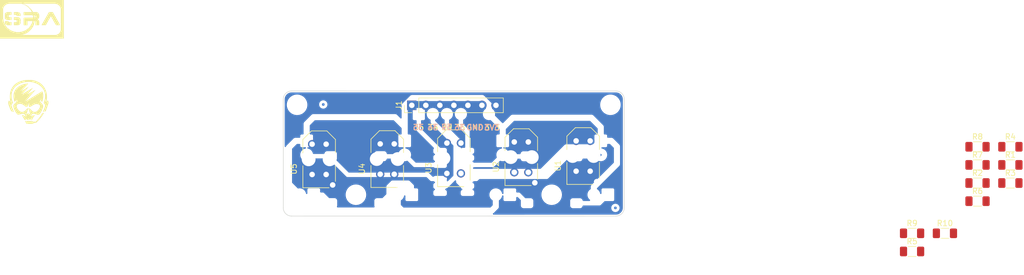
<source format=kicad_pcb>
(kicad_pcb (version 20211014) (generator pcbnew)
  (layers (0 "F.Cu" signal) (31 "B.Cu" signal) (34 "B.Paste" user) (35 "F.Paste" user) (36 "B.SilkS" user "B.Silkscreen") (37 "F.SilkS" user "F.Silkscreen") (38 "B.Mask" user) (39 "F.Mask" user) (44 "Edge.Cuts" user))
  (net 0 "")
  (net 1 "/A4_32")
  (net 2 "+3V3")
  (net 3 "Net-(R1-Pad2)")
  (net 4 "Net-(R3-Pad2)")
  (net 5 "Net-(R5-Pad2)")
  (net 6 "Net-(R7-Pad2)")
  (net 7 "Net-(R9-Pad2)")
  (net 8 "/A3_35")
  (net 9 "/A2_34")
  (net 10 "/A1_39")
  (net 11 "/A0_36")
  (net 12 "GND")
  (footprint "Resistor_SMD:R_1206_3216Metric_Pad1.30x1.75mm_HandSolder" (layer "F.Cu") (at 211 82.81)
    (fp_text reference "R7" (at 0 -1.82) (layer "F.SilkS"))
    (fp_text value "150E")
    (pad "1" smd roundrect (at -1.55 0) (size 1.3 1.75) (layers "F.Cu" "F.Paste" "F.Mask") (roundrect_rratio 0.192308) (net 2 "+3V3"))
    (pad "2" smd roundrect (at 1.55 0) (size 1.3 1.75) (layers "F.Cu" "F.Paste" "F.Mask") (roundrect_rratio 0.192308) (net 6 "Net-(R7-Pad2)"))
  )
  (footprint "Resistor_SMD:R_1206_3216Metric_Pad1.30x1.75mm_HandSolder" (layer "F.Cu") (at 211 86.1)
    (fp_text reference "R2" (at 0 -1.82) (layer "F.SilkS"))
    (fp_text value "4.7k")
    (pad "1" smd roundrect (at -1.55 0) (size 1.3 1.75) (layers "F.Cu" "F.Paste" "F.Mask") (roundrect_rratio 0.192308) (net 11 "/A0_36"))
    (pad "2" smd roundrect (at 1.55 0) (size 1.3 1.75) (layers "F.Cu" "F.Paste" "F.Mask") (roundrect_rratio 0.192308) (net 2 "+3V3"))
  )
  (footprint "logos:sra_logo_big_neg" (layer "F.Cu") (at 39.8 56.4)
    (fp_text reference "G***" hide)
    (fp_text value "LOGO" hide)
  )
  (footprint "MountingHole:MountingHole_3.2mm_M3" (layer "F.Cu") (at 98.46 88.22)
    (fp_text reference "REF**" hide)
    (fp_text value "MountingHole_3.2mm_M3")
    (pad "" np_thru_hole circle locked (at 0 0) (size 3.2 3.2) (drill 3.2) (layers *.Cu *.Mask))
  )
  (footprint "Resistor_SMD:R_1206_3216Metric_Pad1.30x1.75mm_HandSolder" (layer "F.Cu") (at 199.15 98.51)
    (fp_text reference "R5" (at 0 -1.82) (layer "F.SilkS"))
    (fp_text value "150E")
    (pad "1" smd roundrect (at -1.55 0) (size 1.3 1.75) (layers "F.Cu" "F.Paste" "F.Mask") (roundrect_rratio 0.192308) (net 2 "+3V3"))
    (pad "2" smd roundrect (at 1.55 0) (size 1.3 1.75) (layers "F.Cu" "F.Paste" "F.Mask") (roundrect_rratio 0.192308) (net 5 "Net-(R5-Pad2)"))
  )
  (footprint "Resistor_SMD:R_1206_3216Metric_Pad1.30x1.75mm_HandSolder" (layer "F.Cu") (at 199.15 95.22)
    (fp_text reference "R9" (at 0 -1.82) (layer "F.SilkS"))
    (fp_text value "150E")
    (pad "1" smd roundrect (at -1.55 0) (size 1.3 1.75) (layers "F.Cu" "F.Paste" "F.Mask") (roundrect_rratio 0.192308) (net 2 "+3V3"))
    (pad "2" smd roundrect (at 1.55 0) (size 1.3 1.75) (layers "F.Cu" "F.Paste" "F.Mask") (roundrect_rratio 0.192308) (net 7 "Net-(R9-Pad2)"))
  )
  (footprint "MountingHole:MountingHole_3.2mm_M3" (layer "F.Cu") (at 144.54 71.91)
    (fp_text reference "REF**" hide)
    (fp_text value "MountingHole_3.2mm_M3")
    (pad "" np_thru_hole circle locked (at 0 0) (size 3.2 3.2) (drill 3.2) (layers *.Cu *.Mask))
  )
  (footprint "Connector_PinHeader_2.54mm:PinHeader_1x07_P2.54mm_Vertical" (layer "F.Cu") (at 108.575 72 90)
    (fp_text reference "J1" (at 0 -2.33 90) (layer "F.SilkS"))
    (fp_text value "Conn_01x07_Male")
    (pad "1" thru_hole rect (at 0 0 90) (size 1.7 1.7) (drill 1) (layers *.Cu *.Mask) (net 1 "/A4_32"))
    (pad "2" thru_hole oval (at 0 2.54 90) (size 1.7 1.7) (drill 1) (layers *.Cu *.Mask) (net 8 "/A3_35"))
    (pad "3" thru_hole oval (at 0 5.08 90) (size 1.7 1.7) (drill 1) (layers *.Cu *.Mask) (net 9 "/A2_34"))
    (pad "4" thru_hole oval (at 0 7.62 90) (size 1.7 1.7) (drill 1) (layers *.Cu *.Mask) (net 10 "/A1_39"))
    (pad "5" thru_hole oval (at 0 10.16 90) (size 1.7 1.7) (drill 1) (layers *.Cu *.Mask) (net 11 "/A0_36"))
    (pad "6" thru_hole oval (at 0 12.7 90) (size 1.7 1.7) (drill 1) (layers *.Cu *.Mask) (net 12 "GND"))
    (pad "7" thru_hole oval (at 0 15.24 90) (size 1.7 1.7) (drill 1) (layers *.Cu *.Mask) (net 2 "+3V3"))
  )
  (footprint "TCRT5000:OPTO_TCRT5000" (layer "F.Cu") (at 91.8 81.8 90)
    (fp_text reference "U5" (at -1.76355 -4.57476 90) (layer "F.SilkS") (effects (font (size 1.004126 1.004126))))
    (fp_text value "TCRT5000")
    (pad "" np_thru_hole circle locked (at 0 1.9 90) (size 2.5 2.5) (drill 2.5) (layers *.Cu *.Mask))
    (pad "" np_thru_hole circle locked (at -4.65 2.45 90) (size 1 1) (drill 1) (layers *.Cu *.Mask))
    (pad "" np_thru_hole circle locked (at 0 -1.9 90) (size 2.5 2.5) (drill 2.5) (layers *.Cu *.Mask))
    (pad "A" thru_hole circle locked (at 2.75 -1.27 90) (size 1.5 1.5) (drill 1) (layers *.Cu *.Mask) (net 12 "GND"))
    (pad "CATH" thru_hole circle locked (at 2.75 1.27 90) (size 1.5 1.5) (drill 1) (layers *.Cu *.Mask) (net 7 "Net-(R9-Pad2)"))
    (pad "COLL" thru_hole circle locked (at -2.75 -1.27 90) (size 1.5 1.5) (drill 1) (layers *.Cu *.Mask) (net 12 "GND"))
    (pad "E" thru_hole circle locked (at -2.75 1.27 90) (size 1.5 1.5) (drill 1) (layers *.Cu *.Mask) (net 1 "/A4_32"))
  )
  (footprint "Resistor_SMD:R_1206_3216Metric_Pad1.30x1.75mm_HandSolder" (layer "F.Cu") (at 216.95 79.52)
    (fp_text reference "R4" (at 0 -1.82) (layer "F.SilkS"))
    (fp_text value "4.7k")
    (pad "1" smd roundrect (at -1.55 0) (size 1.3 1.75) (layers "F.Cu" "F.Paste" "F.Mask") (roundrect_rratio 0.192308) (net 10 "/A1_39"))
    (pad "2" smd roundrect (at 1.55 0) (size 1.3 1.75) (layers "F.Cu" "F.Paste" "F.Mask") (roundrect_rratio 0.192308) (net 2 "+3V3"))
  )
  (footprint "TCRT5000:OPTO_TCRT5000" (layer "F.Cu") (at 116.2 81.6 90)
    (fp_text reference "U3" (at -1.76355 -4.57476 90) (layer "F.SilkS") (effects (font (size 1.004126 1.004126))))
    (fp_text value "TCRT5000")
    (pad "" np_thru_hole circle locked (at -4.65 2.45 90) (size 1 1) (drill 1) (layers *.Cu *.Mask))
    (pad "" np_thru_hole circle locked (at 0 -1.9 90) (size 2.5 2.5) (drill 2.5) (layers *.Cu *.Mask))
    (pad "" np_thru_hole circle locked (at 0 1.9 90) (size 2.5 2.5) (drill 2.5) (layers *.Cu *.Mask))
    (pad "A" thru_hole circle locked (at 2.75 -1.27 90) (size 1.5 1.5) (drill 1) (layers *.Cu *.Mask) (net 12 "GND"))
    (pad "CATH" thru_hole circle locked (at 2.75 1.27 90) (size 1.5 1.5) (drill 1) (layers *.Cu *.Mask) (net 5 "Net-(R5-Pad2)"))
    (pad "COLL" thru_hole circle locked (at -2.75 -1.27 90) (size 1.5 1.5) (drill 1) (layers *.Cu *.Mask) (net 12 "GND"))
    (pad "E" thru_hole circle locked (at -2.75 1.27 90) (size 1.5 1.5) (drill 1) (layers *.Cu *.Mask) (net 9 "/A2_34"))
  )
  (footprint "MountingHole:MountingHole_3.2mm_M3" (layer "F.Cu") (at 133.9 88.22)
    (fp_text reference "REF**" hide)
    (fp_text value "MountingHole_3.2mm_M3")
    (pad "" np_thru_hole circle locked (at 0 0) (size 3.2 3.2) (drill 3.2) (layers *.Cu *.Mask))
  )
  (footprint "MountingHole:MountingHole_3.2mm_M3" (layer "F.Cu") (at 87.81 71.91)
    (fp_text reference "REF**" hide)
    (fp_text value "MountingHole_3.2mm_M3")
    (pad "" np_thru_hole circle locked (at 0 0) (size 3.2 3.2) (drill 3.2) (layers *.Cu *.Mask))
  )
  (footprint "TCRT5000:OPTO_TCRT5000" (layer "F.Cu") (at 104.13 81.75 90)
    (fp_text reference "U4" (at -1.76355 -4.57476 90) (layer "F.SilkS") (effects (font (size 1.004126 1.004126))))
    (fp_text value "TCRT5000")
    (pad "" np_thru_hole circle locked (at 0 1.9 90) (size 2.5 2.5) (drill 2.5) (layers *.Cu *.Mask))
    (pad "" np_thru_hole circle locked (at -4.65 2.45 90) (size 1 1) (drill 1) (layers *.Cu *.Mask))
    (pad "" np_thru_hole circle locked (at 0 -1.9 90) (size 2.5 2.5) (drill 2.5) (layers *.Cu *.Mask))
    (pad "A" thru_hole circle locked (at 2.75 -1.27 90) (size 1.5 1.5) (drill 1) (layers *.Cu *.Mask) (net 12 "GND"))
    (pad "CATH" thru_hole circle locked (at 2.75 1.27 90) (size 1.5 1.5) (drill 1) (layers *.Cu *.Mask) (net 6 "Net-(R7-Pad2)"))
    (pad "COLL" thru_hole circle locked (at -2.75 -1.27 90) (size 1.5 1.5) (drill 1) (layers *.Cu *.Mask) (net 12 "GND"))
    (pad "E" thru_hole circle locked (at -2.75 1.27 90) (size 1.5 1.5) (drill 1) (layers *.Cu *.Mask) (net 8 "/A3_35"))
  )
  (footprint "Resistor_SMD:R_1206_3216Metric_Pad1.30x1.75mm_HandSolder" (layer "F.Cu") (at 216.95 86.1)
    (fp_text reference "R3" (at 0 -1.82) (layer "F.SilkS"))
    (fp_text value "150E")
    (pad "1" smd roundrect (at -1.55 0) (size 1.3 1.75) (layers "F.Cu" "F.Paste" "F.Mask") (roundrect_rratio 0.192308) (net 2 "+3V3"))
    (pad "2" smd roundrect (at 1.55 0) (size 1.3 1.75) (layers "F.Cu" "F.Paste" "F.Mask") (roundrect_rratio 0.192308) (net 4 "Net-(R3-Pad2)"))
  )
  (footprint "Resistor_SMD:R_1206_3216Metric_Pad1.30x1.75mm_HandSolder" (layer "F.Cu") (at 216.95 82.81)
    (fp_text reference "R1" (at 0 -1.82) (layer "F.SilkS"))
    (fp_text value "150E")
    (pad "1" smd roundrect (at -1.55 0) (size 1.3 1.75) (layers "F.Cu" "F.Paste" "F.Mask") (roundrect_rratio 0.192308) (net 2 "+3V3"))
    (pad "2" smd roundrect (at 1.55 0) (size 1.3 1.75) (layers "F.Cu" "F.Paste" "F.Mask") (roundrect_rratio 0.192308) (net 3 "Net-(R1-Pad2)"))
  )
  (footprint "logos:sra_skull_medium" (layer "F.Cu") (at 39.2 71.4)
    (fp_text reference "G***" hide)
    (fp_text value "LOGO" hide)
  )
  (footprint "Resistor_SMD:R_1206_3216Metric_Pad1.30x1.75mm_HandSolder" (layer "F.Cu") (at 211 79.52)
    (fp_text reference "R8" (at 0 -1.82) (layer "F.SilkS"))
    (fp_text value "4.7k")
    (pad "1" smd roundrect (at -1.55 0) (size 1.3 1.75) (layers "F.Cu" "F.Paste" "F.Mask") (roundrect_rratio 0.192308) (net 8 "/A3_35"))
    (pad "2" smd roundrect (at 1.55 0) (size 1.3 1.75) (layers "F.Cu" "F.Paste" "F.Mask") (roundrect_rratio 0.192308) (net 2 "+3V3"))
  )
  (footprint "Resistor_SMD:R_1206_3216Metric_Pad1.30x1.75mm_HandSolder" (layer "F.Cu") (at 211 89.39)
    (fp_text reference "R6" (at 0 -1.82) (layer "F.SilkS"))
    (fp_text value "4.7k")
    (pad "1" smd roundrect (at -1.55 0) (size 1.3 1.75) (layers "F.Cu" "F.Paste" "F.Mask") (roundrect_rratio 0.192308) (net 9 "/A2_34"))
    (pad "2" smd roundrect (at 1.55 0) (size 1.3 1.75) (layers "F.Cu" "F.Paste" "F.Mask") (roundrect_rratio 0.192308) (net 2 "+3V3"))
  )
  (footprint "Resistor_SMD:R_1206_3216Metric_Pad1.30x1.75mm_HandSolder" (layer "F.Cu") (at 205.1 95.22)
    (fp_text reference "R10" (at 0 -1.82) (layer "F.SilkS"))
    (fp_text value "4.7k")
    (pad "1" smd roundrect (at -1.55 0) (size 1.3 1.75) (layers "F.Cu" "F.Paste" "F.Mask") (roundrect_rratio 0.192308) (net 1 "/A4_32"))
    (pad "2" smd roundrect (at 1.55 0) (size 1.3 1.75) (layers "F.Cu" "F.Paste" "F.Mask") (roundrect_rratio 0.192308) (net 2 "+3V3"))
  )
  (footprint "TCRT5000:OPTO_TCRT5000" (layer "F.Cu") (at 128.4 81.4 90)
    (fp_text reference "U2" (at -1.76355 -4.57476 90) (layer "F.SilkS") (effects (font (size 1.004126 1.004126))))
    (fp_text value "TCRT5000")
    (pad "" np_thru_hole circle locked (at -4.65 2.45 90) (size 1 1) (drill 1) (layers *.Cu *.Mask))
    (pad "" np_thru_hole circle locked (at 0 1.9 90) (size 2.5 2.5) (drill 2.5) (layers *.Cu *.Mask))
    (pad "" np_thru_hole circle locked (at 0 -1.9 90) (size 2.5 2.5) (drill 2.5) (layers *.Cu *.Mask))
    (pad "A" thru_hole circle locked (at 2.75 -1.27 90) (size 1.5 1.5) (drill 1) (layers *.Cu *.Mask) (net 12 "GND"))
    (pad "CATH" thru_hole circle locked (at 2.75 1.27 90) (size 1.5 1.5) (drill 1) (layers *.Cu *.Mask) (net 4 "Net-(R3-Pad2)"))
    (pad "COLL" thru_hole circle locked (at -2.75 -1.27 90) (size 1.5 1.5) (drill 1) (layers *.Cu *.Mask) (net 12 "GND"))
    (pad "E" thru_hole circle locked (at -2.75 1.27 90) (size 1.5 1.5) (drill 1) (layers *.Cu *.Mask) (net 10 "/A1_39"))
  )
  (footprint "TCRT5000:OPTO_TCRT5000" (layer "F.Cu") (at 139.6 81.2 90)
    (fp_text reference "U1" (at -1.76355 -4.57476 90) (layer "F.SilkS") (effects (font (size 1.004126 1.004126))))
    (fp_text value "TCRT5000")
    (pad "" np_thru_hole circle locked (at 0 1.9 90) (size 2.5 2.5) (drill 2.5) (layers *.Cu *.Mask))
    (pad "" np_thru_hole circle locked (at -4.65 2.45 90) (size 1 1) (drill 1) (layers *.Cu *.Mask))
    (pad "" np_thru_hole circle locked (at 0 -1.9 90) (size 2.5 2.5) (drill 2.5) (layers *.Cu *.Mask))
    (pad "A" thru_hole circle locked (at 2.75 -1.27 90) (size 1.5 1.5) (drill 1) (layers *.Cu *.Mask) (net 12 "GND"))
    (pad "CATH" thru_hole circle locked (at 2.75 1.27 90) (size 1.5 1.5) (drill 1) (layers *.Cu *.Mask) (net 3 "Net-(R1-Pad2)"))
    (pad "COLL" thru_hole circle locked (at -2.75 -1.27 90) (size 1.5 1.5) (drill 1) (layers *.Cu *.Mask) (net 12 "GND"))
    (pad "E" thru_hole circle locked (at -2.75 1.27 90) (size 1.5 1.5) (drill 1) (layers *.Cu *.Mask) (net 11 "/A0_36"))
  )
  (footprint "Fiducial:Fiducial_0.5mm_Mask1.5mm" (layer "B.Cu") (at 145.44 90.61 180)
    (fp_text reference "REF**" hide)
    (fp_text value "Fiducial_0.5mm_Mask1.5mm")
    (pad "" smd circle locked (at 0 0 180) (size 0.5 0.5) (layers "B.Cu" "B.Mask") (clearance 0.5))
  )
  (footprint "Fiducial:Fiducial_0.5mm_Mask1.5mm" (layer "B.Cu") (at 92.55 71.85 180)
    (fp_text reference "REF**" hide)
    (fp_text value "Fiducial_0.5mm_Mask1.5mm")
    (pad "" smd circle locked (at 0 0 180) (size 0.5 0.5) (layers "B.Cu" "B.Mask") (clearance 0.5))
  )
  (gr_line (start 147.03934 90.57934) (end 147.03934 70.91066) (layer "Edge.Cuts") (width 0.1))
  (gr_line (start 86.81 92.09) (end 145.53934 92.07934) (layer "Edge.Cuts") (width 0.1))
  (gr_arc (start 86.81 92.09) (mid 85.74934 91.65066) (end 85.31 90.59) (layer "Edge.Cuts") (width 0.1))
  (gr_line (start 145.53934 69.41066) (end 86.81 69.41) (layer "Edge.Cuts") (width 0.1))
  (gr_arc (start 85.31 70.91) (mid 85.74934 69.84934) (end 86.81 69.41) (layer "Edge.Cuts") (width 0.1))
  (gr_arc (start 147.03934 90.57934) (mid 146.6 91.64) (end 145.53934 92.07934) (layer "Edge.Cuts") (width 0.1))
  (gr_line (start 85.31 70.91) (end 85.31 90.59) (layer "Edge.Cuts") (width 0.1))
  (gr_arc (start 145.53934 69.41066) (mid 146.6 69.85) (end 147.03934 70.91066) (layer "Edge.Cuts") (width 0.1))
  (gr_text "3V3" (at 123.099694 76.029031) (layer "B.SilkS") (effects (font (size 1 1) (thickness 0.2)) (justify mirror)))
  (gr_text "GND" (at 120.008148 76.006629) (layer "B.SilkS") (effects (font (size 1 1) (thickness 0.2)) (justify mirror)))
  (gr_text "36\n" (at 117.25 76.03) (layer "B.SilkS") (effects (font (size 1 1) (thickness 0.2)) (justify mirror)))
  (gr_text "35" (at 109.75 75.99) (layer "B.SilkS") (effects (font (size 1 1) (thickness 0.2)) (justify mirror)))
  (gr_text "39" (at 114.922778 75.961824) (layer "B.SilkS") (effects (font (size 1 1) (thickness 0.2)) (justify mirror)))
  (gr_text "34" (at 112.37 76.01) (layer "B.SilkS") (effects (font (size 1 1) (thickness 0.2)) (justify mirror)))
  (gr_text "35" (at 109.8 76) (layer "F.SilkS") (effects (font (size 1 1) (thickness 0.2))))
  (gr_text "3V3" (at 123.1 76.03) (layer "F.SilkS") (effects (font (size 1 1) (thickness 0.2))))
  (gr_text "36\n" (at 117.27 76) (layer "F.SilkS") (effects (font (size 1 1) (thickness 0.2))))
  (gr_text "GND" (at 120.03 76.01) (layer "F.SilkS") (effects (font (size 1 1) (thickness 0.2))))
  (gr_text "34" (at 112.41 76) (layer "F.SilkS") (effects (font (size 1 1) (thickness 0.2))))
  (gr_text "39" (at 114.94 75.98) (layer "F.SilkS") (effects (font (size 1 1) (thickness 0.2))))
  (segment (start 142.525 81.25) (end 142.79 80.985) (width 0.3) (layer "B.Cu") (net 0))
  (segment (start 142.79 80.985) (end 142.455 81.32) (width 0.3) (layer "B.Cu") (net 0))
  (zone (net 12) (net_name "GND") (layer "B.Cu") (connect_pads yes (clearance 0.254)) (min_thickness 0.254) (fill yes (thermal_gap 0.508) (thermal_bridge_width 0.508))
    (polygon (pts (xy 147.01999 92.069608) (xy 85.300556 92.100015) (xy 85.310566 69.420407) (xy 147.02 69.39)))
  )
)
</source>
